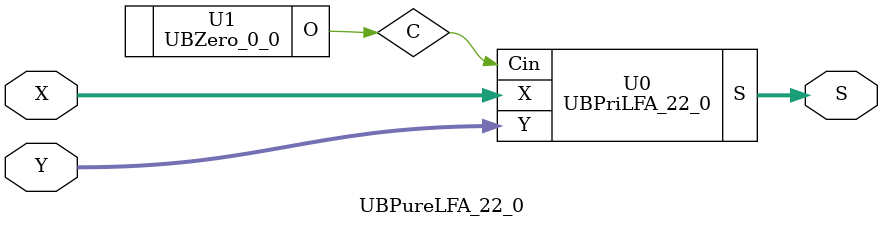
<source format=v>
/*----------------------------------------------------------------------------
  Copyright (c) 2021 Homma laboratory. All rights reserved.

  Top module: UBLFA_22_0_22_0

  Operand-1 length: 23
  Operand-2 length: 23
  Two-operand addition algorithm: Ladner-Fischer adder
----------------------------------------------------------------------------*/

module GPGenerator(Go, Po, A, B);
  output Go;
  output Po;
  input A;
  input B;
  assign Go = A & B;
  assign Po = A ^ B;
endmodule

module CarryOperator(Go, Po, Gi1, Pi1, Gi2, Pi2);
  output Go;
  output Po;
  input Gi1;
  input Gi2;
  input Pi1;
  input Pi2;
  assign Go = Gi1 | ( Gi2 & Pi1 );
  assign Po = Pi1 & Pi2;
endmodule

module UBPriLFA_22_0(S, X, Y, Cin);
  output [23:0] S;
  input Cin;
  input [22:0] X;
  input [22:0] Y;
  wire [22:0] G0;
  wire [22:0] G1;
  wire [22:0] G2;
  wire [22:0] G3;
  wire [22:0] G4;
  wire [22:0] G5;
  wire [22:0] P0;
  wire [22:0] P1;
  wire [22:0] P2;
  wire [22:0] P3;
  wire [22:0] P4;
  wire [22:0] P5;
  assign P1[0] = P0[0];
  assign G1[0] = G0[0];
  assign P1[2] = P0[2];
  assign G1[2] = G0[2];
  assign P1[4] = P0[4];
  assign G1[4] = G0[4];
  assign P1[6] = P0[6];
  assign G1[6] = G0[6];
  assign P1[8] = P0[8];
  assign G1[8] = G0[8];
  assign P1[10] = P0[10];
  assign G1[10] = G0[10];
  assign P1[12] = P0[12];
  assign G1[12] = G0[12];
  assign P1[14] = P0[14];
  assign G1[14] = G0[14];
  assign P1[16] = P0[16];
  assign G1[16] = G0[16];
  assign P1[18] = P0[18];
  assign G1[18] = G0[18];
  assign P1[20] = P0[20];
  assign G1[20] = G0[20];
  assign P1[22] = P0[22];
  assign G1[22] = G0[22];
  assign P2[0] = P1[0];
  assign G2[0] = G1[0];
  assign P2[1] = P1[1];
  assign G2[1] = G1[1];
  assign P2[4] = P1[4];
  assign G2[4] = G1[4];
  assign P2[5] = P1[5];
  assign G2[5] = G1[5];
  assign P2[8] = P1[8];
  assign G2[8] = G1[8];
  assign P2[9] = P1[9];
  assign G2[9] = G1[9];
  assign P2[12] = P1[12];
  assign G2[12] = G1[12];
  assign P2[13] = P1[13];
  assign G2[13] = G1[13];
  assign P2[16] = P1[16];
  assign G2[16] = G1[16];
  assign P2[17] = P1[17];
  assign G2[17] = G1[17];
  assign P2[20] = P1[20];
  assign G2[20] = G1[20];
  assign P2[21] = P1[21];
  assign G2[21] = G1[21];
  assign P3[0] = P2[0];
  assign G3[0] = G2[0];
  assign P3[1] = P2[1];
  assign G3[1] = G2[1];
  assign P3[2] = P2[2];
  assign G3[2] = G2[2];
  assign P3[3] = P2[3];
  assign G3[3] = G2[3];
  assign P3[8] = P2[8];
  assign G3[8] = G2[8];
  assign P3[9] = P2[9];
  assign G3[9] = G2[9];
  assign P3[10] = P2[10];
  assign G3[10] = G2[10];
  assign P3[11] = P2[11];
  assign G3[11] = G2[11];
  assign P3[16] = P2[16];
  assign G3[16] = G2[16];
  assign P3[17] = P2[17];
  assign G3[17] = G2[17];
  assign P3[18] = P2[18];
  assign G3[18] = G2[18];
  assign P3[19] = P2[19];
  assign G3[19] = G2[19];
  assign P4[0] = P3[0];
  assign G4[0] = G3[0];
  assign P4[1] = P3[1];
  assign G4[1] = G3[1];
  assign P4[2] = P3[2];
  assign G4[2] = G3[2];
  assign P4[3] = P3[3];
  assign G4[3] = G3[3];
  assign P4[4] = P3[4];
  assign G4[4] = G3[4];
  assign P4[5] = P3[5];
  assign G4[5] = G3[5];
  assign P4[6] = P3[6];
  assign G4[6] = G3[6];
  assign P4[7] = P3[7];
  assign G4[7] = G3[7];
  assign P4[16] = P3[16];
  assign G4[16] = G3[16];
  assign P4[17] = P3[17];
  assign G4[17] = G3[17];
  assign P4[18] = P3[18];
  assign G4[18] = G3[18];
  assign P4[19] = P3[19];
  assign G4[19] = G3[19];
  assign P4[20] = P3[20];
  assign G4[20] = G3[20];
  assign P4[21] = P3[21];
  assign G4[21] = G3[21];
  assign P4[22] = P3[22];
  assign G4[22] = G3[22];
  assign P5[0] = P4[0];
  assign G5[0] = G4[0];
  assign P5[1] = P4[1];
  assign G5[1] = G4[1];
  assign P5[2] = P4[2];
  assign G5[2] = G4[2];
  assign P5[3] = P4[3];
  assign G5[3] = G4[3];
  assign P5[4] = P4[4];
  assign G5[4] = G4[4];
  assign P5[5] = P4[5];
  assign G5[5] = G4[5];
  assign P5[6] = P4[6];
  assign G5[6] = G4[6];
  assign P5[7] = P4[7];
  assign G5[7] = G4[7];
  assign P5[8] = P4[8];
  assign G5[8] = G4[8];
  assign P5[9] = P4[9];
  assign G5[9] = G4[9];
  assign P5[10] = P4[10];
  assign G5[10] = G4[10];
  assign P5[11] = P4[11];
  assign G5[11] = G4[11];
  assign P5[12] = P4[12];
  assign G5[12] = G4[12];
  assign P5[13] = P4[13];
  assign G5[13] = G4[13];
  assign P5[14] = P4[14];
  assign G5[14] = G4[14];
  assign P5[15] = P4[15];
  assign G5[15] = G4[15];
  assign S[0] = Cin ^ P0[0];
  assign S[1] = ( G5[0] | ( P5[0] & Cin ) ) ^ P0[1];
  assign S[2] = ( G5[1] | ( P5[1] & Cin ) ) ^ P0[2];
  assign S[3] = ( G5[2] | ( P5[2] & Cin ) ) ^ P0[3];
  assign S[4] = ( G5[3] | ( P5[3] & Cin ) ) ^ P0[4];
  assign S[5] = ( G5[4] | ( P5[4] & Cin ) ) ^ P0[5];
  assign S[6] = ( G5[5] | ( P5[5] & Cin ) ) ^ P0[6];
  assign S[7] = ( G5[6] | ( P5[6] & Cin ) ) ^ P0[7];
  assign S[8] = ( G5[7] | ( P5[7] & Cin ) ) ^ P0[8];
  assign S[9] = ( G5[8] | ( P5[8] & Cin ) ) ^ P0[9];
  assign S[10] = ( G5[9] | ( P5[9] & Cin ) ) ^ P0[10];
  assign S[11] = ( G5[10] | ( P5[10] & Cin ) ) ^ P0[11];
  assign S[12] = ( G5[11] | ( P5[11] & Cin ) ) ^ P0[12];
  assign S[13] = ( G5[12] | ( P5[12] & Cin ) ) ^ P0[13];
  assign S[14] = ( G5[13] | ( P5[13] & Cin ) ) ^ P0[14];
  assign S[15] = ( G5[14] | ( P5[14] & Cin ) ) ^ P0[15];
  assign S[16] = ( G5[15] | ( P5[15] & Cin ) ) ^ P0[16];
  assign S[17] = ( G5[16] | ( P5[16] & Cin ) ) ^ P0[17];
  assign S[18] = ( G5[17] | ( P5[17] & Cin ) ) ^ P0[18];
  assign S[19] = ( G5[18] | ( P5[18] & Cin ) ) ^ P0[19];
  assign S[20] = ( G5[19] | ( P5[19] & Cin ) ) ^ P0[20];
  assign S[21] = ( G5[20] | ( P5[20] & Cin ) ) ^ P0[21];
  assign S[22] = ( G5[21] | ( P5[21] & Cin ) ) ^ P0[22];
  assign S[23] = G5[22] | ( P5[22] & Cin );
  GPGenerator U0 (G0[0], P0[0], X[0], Y[0]);
  GPGenerator U1 (G0[1], P0[1], X[1], Y[1]);
  GPGenerator U2 (G0[2], P0[2], X[2], Y[2]);
  GPGenerator U3 (G0[3], P0[3], X[3], Y[3]);
  GPGenerator U4 (G0[4], P0[4], X[4], Y[4]);
  GPGenerator U5 (G0[5], P0[5], X[5], Y[5]);
  GPGenerator U6 (G0[6], P0[6], X[6], Y[6]);
  GPGenerator U7 (G0[7], P0[7], X[7], Y[7]);
  GPGenerator U8 (G0[8], P0[8], X[8], Y[8]);
  GPGenerator U9 (G0[9], P0[9], X[9], Y[9]);
  GPGenerator U10 (G0[10], P0[10], X[10], Y[10]);
  GPGenerator U11 (G0[11], P0[11], X[11], Y[11]);
  GPGenerator U12 (G0[12], P0[12], X[12], Y[12]);
  GPGenerator U13 (G0[13], P0[13], X[13], Y[13]);
  GPGenerator U14 (G0[14], P0[14], X[14], Y[14]);
  GPGenerator U15 (G0[15], P0[15], X[15], Y[15]);
  GPGenerator U16 (G0[16], P0[16], X[16], Y[16]);
  GPGenerator U17 (G0[17], P0[17], X[17], Y[17]);
  GPGenerator U18 (G0[18], P0[18], X[18], Y[18]);
  GPGenerator U19 (G0[19], P0[19], X[19], Y[19]);
  GPGenerator U20 (G0[20], P0[20], X[20], Y[20]);
  GPGenerator U21 (G0[21], P0[21], X[21], Y[21]);
  GPGenerator U22 (G0[22], P0[22], X[22], Y[22]);
  CarryOperator U23 (G1[1], P1[1], G0[1], P0[1], G0[0], P0[0]);
  CarryOperator U24 (G1[3], P1[3], G0[3], P0[3], G0[2], P0[2]);
  CarryOperator U25 (G1[5], P1[5], G0[5], P0[5], G0[4], P0[4]);
  CarryOperator U26 (G1[7], P1[7], G0[7], P0[7], G0[6], P0[6]);
  CarryOperator U27 (G1[9], P1[9], G0[9], P0[9], G0[8], P0[8]);
  CarryOperator U28 (G1[11], P1[11], G0[11], P0[11], G0[10], P0[10]);
  CarryOperator U29 (G1[13], P1[13], G0[13], P0[13], G0[12], P0[12]);
  CarryOperator U30 (G1[15], P1[15], G0[15], P0[15], G0[14], P0[14]);
  CarryOperator U31 (G1[17], P1[17], G0[17], P0[17], G0[16], P0[16]);
  CarryOperator U32 (G1[19], P1[19], G0[19], P0[19], G0[18], P0[18]);
  CarryOperator U33 (G1[21], P1[21], G0[21], P0[21], G0[20], P0[20]);
  CarryOperator U34 (G2[2], P2[2], G1[2], P1[2], G1[1], P1[1]);
  CarryOperator U35 (G2[3], P2[3], G1[3], P1[3], G1[1], P1[1]);
  CarryOperator U36 (G2[6], P2[6], G1[6], P1[6], G1[5], P1[5]);
  CarryOperator U37 (G2[7], P2[7], G1[7], P1[7], G1[5], P1[5]);
  CarryOperator U38 (G2[10], P2[10], G1[10], P1[10], G1[9], P1[9]);
  CarryOperator U39 (G2[11], P2[11], G1[11], P1[11], G1[9], P1[9]);
  CarryOperator U40 (G2[14], P2[14], G1[14], P1[14], G1[13], P1[13]);
  CarryOperator U41 (G2[15], P2[15], G1[15], P1[15], G1[13], P1[13]);
  CarryOperator U42 (G2[18], P2[18], G1[18], P1[18], G1[17], P1[17]);
  CarryOperator U43 (G2[19], P2[19], G1[19], P1[19], G1[17], P1[17]);
  CarryOperator U44 (G2[22], P2[22], G1[22], P1[22], G1[21], P1[21]);
  CarryOperator U45 (G3[4], P3[4], G2[4], P2[4], G2[3], P2[3]);
  CarryOperator U46 (G3[5], P3[5], G2[5], P2[5], G2[3], P2[3]);
  CarryOperator U47 (G3[6], P3[6], G2[6], P2[6], G2[3], P2[3]);
  CarryOperator U48 (G3[7], P3[7], G2[7], P2[7], G2[3], P2[3]);
  CarryOperator U49 (G3[12], P3[12], G2[12], P2[12], G2[11], P2[11]);
  CarryOperator U50 (G3[13], P3[13], G2[13], P2[13], G2[11], P2[11]);
  CarryOperator U51 (G3[14], P3[14], G2[14], P2[14], G2[11], P2[11]);
  CarryOperator U52 (G3[15], P3[15], G2[15], P2[15], G2[11], P2[11]);
  CarryOperator U53 (G3[20], P3[20], G2[20], P2[20], G2[19], P2[19]);
  CarryOperator U54 (G3[21], P3[21], G2[21], P2[21], G2[19], P2[19]);
  CarryOperator U55 (G3[22], P3[22], G2[22], P2[22], G2[19], P2[19]);
  CarryOperator U56 (G4[8], P4[8], G3[8], P3[8], G3[7], P3[7]);
  CarryOperator U57 (G4[9], P4[9], G3[9], P3[9], G3[7], P3[7]);
  CarryOperator U58 (G4[10], P4[10], G3[10], P3[10], G3[7], P3[7]);
  CarryOperator U59 (G4[11], P4[11], G3[11], P3[11], G3[7], P3[7]);
  CarryOperator U60 (G4[12], P4[12], G3[12], P3[12], G3[7], P3[7]);
  CarryOperator U61 (G4[13], P4[13], G3[13], P3[13], G3[7], P3[7]);
  CarryOperator U62 (G4[14], P4[14], G3[14], P3[14], G3[7], P3[7]);
  CarryOperator U63 (G4[15], P4[15], G3[15], P3[15], G3[7], P3[7]);
  CarryOperator U64 (G5[16], P5[16], G4[16], P4[16], G4[15], P4[15]);
  CarryOperator U65 (G5[17], P5[17], G4[17], P4[17], G4[15], P4[15]);
  CarryOperator U66 (G5[18], P5[18], G4[18], P4[18], G4[15], P4[15]);
  CarryOperator U67 (G5[19], P5[19], G4[19], P4[19], G4[15], P4[15]);
  CarryOperator U68 (G5[20], P5[20], G4[20], P4[20], G4[15], P4[15]);
  CarryOperator U69 (G5[21], P5[21], G4[21], P4[21], G4[15], P4[15]);
  CarryOperator U70 (G5[22], P5[22], G4[22], P4[22], G4[15], P4[15]);
endmodule

module UBZero_0_0(O);
  output [0:0] O;
  assign O[0] = 0;
endmodule

module UBLFA_22_0_22_0 (S, X, Y);
  output [23:0] S;
  input [22:0] X;
  input [22:0] Y;
  UBPureLFA_22_0 U0 (S[23:0], X[22:0], Y[22:0]);
endmodule

module UBPureLFA_22_0 (S, X, Y);
  output [23:0] S;
  input [22:0] X;
  input [22:0] Y;
  wire C;
  UBPriLFA_22_0 U0 (S, X, Y, C);
  UBZero_0_0 U1 (C);
endmodule


</source>
